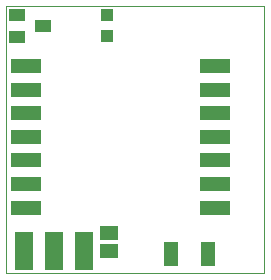
<source format=gbp>
G75*
G70*
%OFA0B0*%
%FSLAX24Y24*%
%IPPOS*%
%LPD*%
%AMOC8*
5,1,8,0,0,1.08239X$1,22.5*
%
%ADD10C,0.0000*%
%ADD11R,0.1000X0.0500*%
%ADD12R,0.0600X0.1300*%
%ADD13R,0.0472X0.0787*%
%ADD14R,0.0551X0.0394*%
%ADD15R,0.0425X0.0413*%
%ADD16R,0.0630X0.0460*%
D10*
X000750Y000969D02*
X000750Y009869D01*
X009350Y009869D01*
X009350Y000969D01*
X000750Y000969D01*
D11*
X001400Y003157D03*
X001400Y003944D03*
X001400Y004731D03*
X001400Y005519D03*
X001400Y006306D03*
X001400Y007094D03*
X001400Y007881D03*
X007700Y007881D03*
X007700Y007094D03*
X007700Y006306D03*
X007700Y005519D03*
X007700Y004731D03*
X007700Y003944D03*
X007700Y003157D03*
D12*
X003350Y001719D03*
X002350Y001719D03*
X001350Y001719D03*
D13*
X006220Y001619D03*
X007480Y001619D03*
D14*
X001117Y008845D03*
X001117Y009593D03*
X001983Y009219D03*
D15*
X004100Y009563D03*
X004100Y008874D03*
D16*
X004180Y002329D03*
X004180Y001729D03*
M02*

</source>
